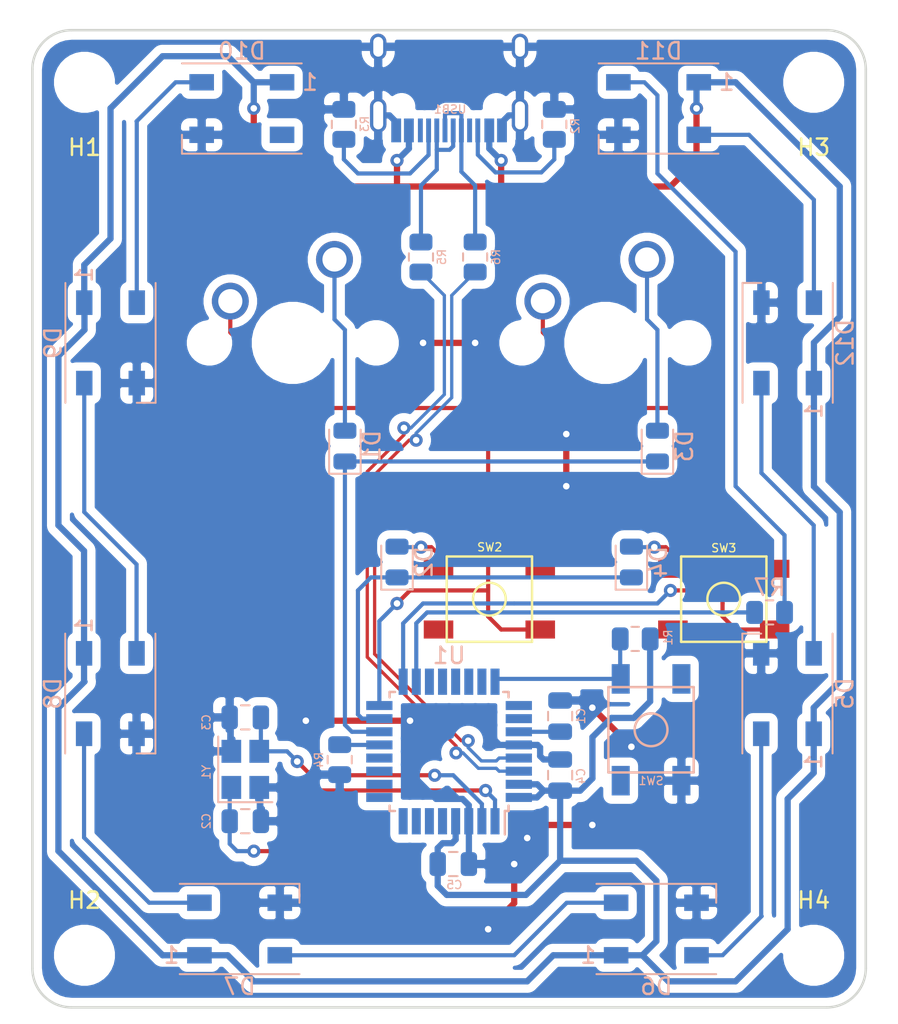
<source format=kicad_pcb>
(kicad_pcb (version 20211014) (generator pcbnew)
  (layers (0 "F.Cu" signal) (31 "B.Cu" signal) (34 "B.Paste" user) (35 "F.Paste" user) (36 "B.SilkS" user "B.Silkscreen") (37 "F.SilkS" user "F.Silkscreen") (38 "B.Mask" user) (39 "F.Mask" user) (44 "Edge.Cuts" user))
  (net 0 "")
  (net 1 "UCAP")
  (net 2 "GND")
  (net 3 "XTAL1")
  (net 4 "XTAL2")
  (net 5 "+5V")
  (net 6 "Net-(D1-Pad2)")
  (net 7 "ROW0")
  (net 8 "Net-(D2-Pad2)")
  (net 9 "ROW1")
  (net 10 "Net-(D3-Pad2)")
  (net 11 "Net-(D4-Pad2)")
  (net 12 "COL0")
  (net 13 "COL1")
  (net 14 "RESET")
  (net 15 "Net-(R2-Pad1)")
  (net 16 "Net-(R3-Pad1)")
  (net 17 "HWB")
  (net 18 "Net-(R5-Pad2)")
  (net 19 "D-")
  (net 20 "Net-(R6-Pad2)")
  (net 21 "D+")
  (net 22 "Net-(USB1-Pad3)")
  (net 23 "Net-(USB1-Pad9)")
  (net 24 "RGB")
  (net 25 "Net-(D5-Pad2)")
  (net 26 "Net-(D6-Pad2)")
  (net 27 "Net-(D7-Pad2)")
  (net 28 "Net-(D8-Pad2)")
  (net 29 "Net-(D10-Pad4)")
  (net 30 "Net-(D11-Pad2)")
  (net 31 "Net-(D12-Pad2)")
  (net 32 "Net-(D11-Pad4)")
  (net 33 "Net-(U1-Pad9)")
  (net 34 "Net-(U1-Pad8)")
  (net 35 "Net-(U1-Pad7)")
  (net 36 "Net-(U1-Pad6)")
  (net 37 "Net-(U1-Pad5)")
  (net 38 "Net-(U1-Pad26)")
  (net 39 "Net-(U1-Pad25)")
  (net 40 "Net-(U1-Pad23)")
  (net 41 "Net-(U1-Pad22)")
  (net 42 "Net-(U1-Pad21)")
  (net 43 "Net-(U1-Pad20)")
  (net 44 "Net-(U1-Pad19)")
  (net 45 "Net-(U1-Pad12)")
  (net 46 "Net-(U1-Pad11)")
  (net 47 "Net-(U1-Pad10)")
  (net 48 "Net-(D10-Pad2)")
  (footprint "MX_Only:MXOnly-1U-NoLED" (layer "F.Cu") (at 80.9625 57.15)
    (fp_text reference "MX1")
    (fp_text value "MX-NoLED")
  )
  (footprint "MX_Only:MXOnly-1U-NoLED" (layer "F.Cu") (at 100.0125 57.15)
    (fp_text reference "MX2")
    (fp_text value "MX-NoLED")
  )
  (footprint "random-keyboard-parts:SKQG-1155865" (layer "F.Cu") (at 92.94375 72.7625 180)
    (fp_text reference "SW2")
    (fp_text value "SW_Push")
  )
  (footprint "random-keyboard-parts:SKQG-1155865" (layer "F.Cu") (at 107.23125 72.7625 180)
    (fp_text reference "SW3")
    (fp_text value "SW_Push")
  )
  (footprint "MountingHole:MountingHole_2.7mm_M2.5_DIN965" (layer "F.Cu") (at 68.2625 41.275)
    (fp_text reference "H1")
    (fp_text value "MountingHole")
  )
  (footprint "MountingHole:MountingHole_2.7mm_M2.5_DIN965" (layer "F.Cu") (at 68.2625 94.45625)
    (fp_text reference "H2")
    (fp_text value "MountingHole")
  )
  (footprint "MountingHole:MountingHole_2.7mm_M2.5_DIN965" (layer "F.Cu") (at 112.7125 41.275)
    (fp_text reference "H3")
    (fp_text value "MountingHole")
  )
  (footprint "MountingHole:MountingHole_2.7mm_M2.5_DIN965" (layer "F.Cu") (at 112.7125 94.45625)
    (fp_text reference "H4")
    (fp_text value "MountingHole")
  )
  (footprint "Capacitor_SMD:C_0805_2012Metric" (layer "B.Cu") (at 97.2566 79.8855 -90)
    (fp_text reference "C1")
    (fp_text value "1u")
  )
  (footprint "Capacitor_SMD:C_0805_2012Metric" (layer "B.Cu") (at 78.0644 86.29015)
    (fp_text reference "C2")
    (fp_text value "22p")
  )
  (footprint "Capacitor_SMD:C_0805_2012Metric" (layer "B.Cu") (at 78.0644 79.96555 180)
    (fp_text reference "C3")
    (fp_text value "22p")
  )
  (footprint "Capacitor_SMD:C_0805_2012Metric" (layer "B.Cu") (at 97.2566 83.4796 90)
    (fp_text reference "C4")
    (fp_text value "10u")
  )
  (footprint "Capacitor_SMD:C_0805_2012Metric" (layer "B.Cu") (at 90.744 88.9)
    (fp_text reference "C5")
    (fp_text value "0.1u")
  )
  (footprint "Diode_SMD:D_0805_2012Metric" (layer "B.Cu") (at 84.1375 63.4375 90)
    (fp_text reference "D1")
    (fp_text value "D_Small")
  )
  (footprint "Diode_SMD:D_0805_2012Metric" (layer "B.Cu") (at 103.1875 63.4375 90)
    (fp_text reference "D3")
    (fp_text value "D_Small")
  )
  (footprint "Diode_SMD:D_0805_2012Metric" (layer "B.Cu") (at 101.6 70.5 90)
    (fp_text reference "D4")
    (fp_text value "D_Small")
  )
  (footprint "Resistor_SMD:R_0805_2012Metric" (layer "B.Cu") (at 101.8305 75.184)
    (fp_text reference "R1")
    (fp_text value "10k")
  )
  (footprint "Resistor_SMD:R_0805_2012Metric" (layer "B.Cu") (at 96.901 43.8385 90)
    (fp_text reference "R2")
    (fp_text value "5k1")
  )
  (footprint "Resistor_SMD:R_0805_2012Metric" (layer "B.Cu") (at 84.074 43.8385 90)
    (fp_text reference "R3")
    (fp_text value "5k1")
  )
  (footprint "Resistor_SMD:R_0805_2012Metric" (layer "B.Cu") (at 83.82 82.5392 -90)
    (fp_text reference "R4")
    (fp_text value "10k")
  )
  (footprint "Resistor_SMD:R_0805_2012Metric" (layer "B.Cu") (at 88.773 51.9195 90)
    (fp_text reference "R5")
    (fp_text value "22R")
  )
  (footprint "Resistor_SMD:R_0805_2012Metric" (layer "B.Cu") (at 92.075 51.9195 90)
    (fp_text reference "R6")
    (fp_text value "22R")
  )
  (footprint "random-keyboard-parts:SKQG-1155865" (layer "B.Cu") (at 102.798 80.72 90)
    (fp_text reference "SW1")
    (fp_text value "SW_Push")
  )
  (footprint "Package_QFP:TQFP-32_7x7mm_P0.8mm" (layer "B.Cu") (at 90.4875 82.042 90)
    (fp_text reference "U1")
    (fp_text value "ATmega32U2-AU")
  )
  (footprint "Type-C:HRO-TYPE-C-31-M-12" (layer "B.Cu") (at 90.4875 36.5125)
    (fp_text reference "USB1")
    (fp_text value "HRO-TYPE-C-31-M-12")
  )
  (footprint "Crystal:Crystal_SMD_3225-4Pin_3.2x2.5mm" (layer "B.Cu") (at 78.066 83.13275 90)
    (fp_text reference "Y1")
    (fp_text value "Crystal_GND24_Small")
  )
  (footprint "Diode_SMD:D_0805_2012Metric" (layer "B.Cu") (at 87.3125 70.5 90)
    (fp_text reference "D2")
    (fp_text value "D_Small")
  )
  (footprint "LED_SMD:LED_WS2812B_PLCC4_5.0x5.0mm_P3.2mm" (layer "B.Cu") (at 111.1125 78.5125 90)
    (fp_text reference "D5")
    (fp_text value "WS2812B")
  )
  (footprint "LED_SMD:LED_WS2812B_PLCC4_5.0x5.0mm_P3.2mm" (layer "B.Cu") (at 103.11875 92.85625)
    (fp_text reference "D6")
    (fp_text value "WS2812B")
  )
  (footprint "LED_SMD:LED_WS2812B_PLCC4_5.0x5.0mm_P3.2mm" (layer "B.Cu") (at 77.71875 92.85625)
    (fp_text reference "D7")
    (fp_text value "WS2812B")
  )
  (footprint "LED_SMD:LED_WS2812B_PLCC4_5.0x5.0mm_P3.2mm" (layer "B.Cu") (at 69.8375 78.5125 -90)
    (fp_text reference "D8")
    (fp_text value "WS2812B")
  )
  (footprint "LED_SMD:LED_WS2812B_PLCC4_5.0x5.0mm_P3.2mm" (layer "B.Cu") (at 69.85 57.15 -90)
    (fp_text reference "D9")
    (fp_text value "WS2812B")
  )
  (footprint "LED_SMD:LED_WS2812B_PLCC4_5.0x5.0mm_P3.2mm" (layer "B.Cu") (at 77.85625 42.875 180)
    (fp_text reference "D10")
    (fp_text value "WS2812B")
  )
  (footprint "LED_SMD:LED_WS2812B_PLCC4_5.0x5.0mm_P3.2mm" (layer "B.Cu") (at 103.25625 42.875 180)
    (fp_text reference "D11")
    (fp_text value "WS2812B")
  )
  (footprint "LED_SMD:LED_WS2812B_PLCC4_5.0x5.0mm_P3.2mm" (layer "B.Cu") (at 111.125 57.15 90)
    (fp_text reference "D12")
    (fp_text value "WS2812B")
  )
  (footprint "Resistor_SMD:R_0805_2012Metric" (layer "B.Cu") (at 110.022 73.5711)
    (fp_text reference "R7")
    (fp_text value "0k5")
  )
  (gr_line (start 113.50625 38.1) (end 67.46875 38.1) (layer "Edge.Cuts") (width 0.15))
  (gr_line (start 113.50625 97.63125) (end 67.46875 97.63125) (layer "Edge.Cuts") (width 0.15))
  (gr_line (start 65.0875 40.48125) (end 65.0875 95.25) (layer "Edge.Cuts") (width 0.15))
  (gr_line (start 115.8875 95.25) (end 115.8875 40.48125) (layer "Edge.Cuts") (width 0.15))
  (gr_arc (start 115.8875 95.25) (mid 115.190048 96.933798) (end 113.50625 97.63125) (layer "Edge.Cuts") (width 0.15))
  (gr_arc (start 65.0875 40.48125) (mid 65.784952 38.797452) (end 67.46875 38.1) (layer "Edge.Cuts") (width 0.15))
  (gr_arc (start 113.50625 38.1) (mid 115.190048 38.797452) (end 115.8875 40.48125) (layer "Edge.Cuts") (width 0.15))
  (gr_arc (start 67.46875 97.63125) (mid 65.784952 96.933798) (end 65.0875 95.25) (layer "Edge.Cuts") (width 0.15))
  (segment (start 94.7375 80.842) (end 97.2501 80.842) (width 0.254) (layer "B.Cu") (net 1))
  (segment (start 97.2501 80.842) (end 97.2566 80.8355) (width 0.254) (layer "B.Cu") (net 1))
  (segment (start 94.45625 91.28125) (end 94.45625 88.9) (width 0.381) (layer "F.Cu") (net 2))
  (segment (start 92.86875 92.86875) (end 94.45625 91.28125) (width 0.381) (layer "F.Cu") (net 2))
  (segment (start 92.075 57.15) (end 88.9 57.15) (width 0.381) (layer "F.Cu") (net 2))
  (segment (start 88.10625 80.16875) (end 81.75625 80.16875) (width 0.381) (layer "F.Cu") (net 2))
  (segment (start 86.1675 43.2925) (end 86.1675 43.305) (width 0.381) (layer "F.Cu") (net 2))
  (segment (start 95.25 87.3125) (end 96.04375 86.51875) (width 0.381) (layer "F.Cu") (net 2))
  (segment (start 96.04375 86.51875) (end 99.21875 86.51875) (width 0.381) (layer "F.Cu") (net 2))
  (segment (start 97.63125 62.70625) (end 97.63125 65.88125) (width 0.381) (layer "F.Cu") (net 2))
  (segment (start 99.21875 79.375) (end 101.6 81.75625) (width 0.381) (layer "F.Cu") (net 2))
  (via (at 94.45625 88.9) (size 0.8) (drill 0.4) (layers "F.Cu" "B.Cu") (net 2))
  (via (at 95.25 87.3125) (size 0.8) (drill 0.4) (layers "F.Cu" "B.Cu") (net 2))
  (via (at 92.86875 92.86875) (size 0.8) (drill 0.4) (layers "F.Cu" "B.Cu") (net 2))
  (via (at 97.63125 62.70625) (size 0.8) (drill 0.4) (layers "F.Cu" "B.Cu") (net 2))
  (via (at 99.21875 79.375) (size 0.8) (drill 0.4) (layers "F.Cu" "B.Cu") (net 2))
  (via (at 88.9 57.15) (size 0.8) (drill 0.4) (layers "F.Cu" "B.Cu") (net 2))
  (via (at 88.10625 80.16875) (size 0.8) (drill 0.4) (layers "F.Cu" "B.Cu") (net 2))
  (via (at 81.75625 80.16875) (size 0.8) (drill 0.4) (layers "F.Cu" "B.Cu") (net 2))
  (via (at 101.6 81.75625) (size 0.8) (drill 0.4) (layers "F.Cu" "B.Cu") (net 2))
  (via (at 97.63125 65.88125) (size 0.8) (drill 0.4) (layers "F.Cu" "B.Cu") (net 2))
  (via (at 92.075 57.15) (size 0.8) (drill 0.4) (layers "F.Cu" "B.Cu") (net 2))
  (via (at 99.21875 86.51875) (size 0.8) (drill 0.4) (layers "F.Cu" "B.Cu") (net 2))
  (segment (start 92.075 80.16875) (end 88.10625 80.16875) (width 0.381) (layer "B.Cu") (net 2))
  (segment (start 94.8075 43.2925) (end 94.1215 43.2925) (width 0.381) (layer "B.Cu") (net 2))
  (segment (start 98.77925 78.9355) (end 99.21875 79.375) (width 0.381) (layer "B.Cu") (net 2))
  (segment (start 86.1675 43.2925) (end 86.8535 43.2925) (width 0.381) (layer "B.Cu") (net 2))
  (segment (start 96.2456 82.5296) (end 96.0374 82.3214) (width 0.381) (layer "B.Cu") (net 2))
  (segment (start 91.694 88.9) (end 91.694 86.2985) (width 0.381) (layer "B.Cu") (net 2))
  (segment (start 97.2566 82.5296) (end 96.2456 82.5296) (width 0.381) (layer "B.Cu") (net 2))
  (segment (start 92.86875 80.95425) (end 92.8605 80.95425) (width 0.381) (layer "B.Cu") (net 2))
  (segment (start 88.10625 83.34375) (end 88.10625 80.16875) (width 0.381) (layer "B.Cu") (net 2))
  (segment (start 87.2625 43.7015) (end 87.2625 44.2075) (width 0.381) (layer "B.Cu") (net 2))
  (segment (start 91.6875 86.292) (end 91.6875 85.314098) (width 0.381) (layer "B.Cu") (net 2))
  (segment (start 93.7125 43.7015) (end 93.7125 44.2075) (width 0.381) (layer "B.Cu") (net 2))
  (segment (start 91.694 86.2985) (end 91.6875 86.292) (width 0.381) (layer "B.Cu") (net 2))
  (segment (start 91.304652 84.93125) (end 89.69375 84.93125) (width 0.381) (layer "B.Cu") (net 2))
  (segment (start 86.8535 43.2925) (end 87.2625 43.7015) (width 0.381) (layer "B.Cu") (net 2))
  (segment (start 93.5565 81.642) (end 92.86875 80.95425) (width 0.381) (layer "B.Cu") (net 2))
  (segment (start 94.7375 81.642) (end 93.5565 81.642) (width 0.381) (layer "B.Cu") (net 2))
  (segment (start 96.0374 81.8007) (end 95.8787 81.642) (width 0.381) (layer "B.Cu") (net 2))
  (segment (start 91.6875 85.314098) (end 91.304652 84.93125) (width 0.381) (layer "B.Cu") (net 2))
  (segment (start 96.0374 82.3214) (end 96.0374 81.8007) (width 0.381) (layer "B.Cu") (net 2))
  (segment (start 89.69375 84.93125) (end 88.10625 83.34375) (width 0.381) (layer "B.Cu") (net 2))
  (segment (start 97.2566 78.9355) (end 98.77925 78.9355) (width 0.381) (layer "B.Cu") (net 2))
  (segment (start 94.1215 43.2925) (end 93.7125 43.7015) (width 0.381) (layer "B.Cu") (net 2))
  (segment (start 92.8605 80.95425) (end 92.075 80.16875) (width 0.381) (layer "B.Cu") (net 2))
  (segment (start 95.8787 81.642) (end 94.7375 81.642) (width 0.381) (layer "B.Cu") (net 2))
  (segment (start 80.772 87.2871) (end 79.9465 88.1126) (width 0.254) (layer "F.Cu") (net 3))
  (segment (start 81.8769 84.4169) (end 80.772 85.5218) (width 0.254) (layer "F.Cu") (net 3))
  (segment (start 80.772 85.5218) (end 80.772 87.2871) (width 0.254) (layer "F.Cu") (net 3))
  (segment (start 79.9465 88.1126) (end 78.5876 88.1126) (width 0.254) (layer "F.Cu") (net 3))
  (segment (start 92.71 84.4169) (end 81.8769 84.4169) (width 0.254) (layer "F.Cu") (net 3))
  (via (at 78.5876 88.1126) (size 0.8) (drill 0.4) (layers "F.Cu" "B.Cu") (net 3))
  (via (at 92.71 84.4169) (size 0.8) (drill 0.4) (layers "F.Cu" "B.Cu") (net 3))
  (segment (start 78.5876 88.1126) (end 77.5589 88.1126) (width 0.254) (layer "B.Cu") (net 3))
  (segment (start 77.1144 84.33435) (end 77.216 84.23275) (width 0.254) (layer "B.Cu") (net 3))
  (segment (start 93.2875 86.292) (end 93.2875 84.9944) (width 0.254) (layer "B.Cu") (net 3))
  (segment (start 93.2875 84.9944) (end 92.71 84.4169) (width 0.254) (layer "B.Cu") (net 3))
  (segment (start 77.1144 87.6681) (end 77.1144 86.29015) (width 0.254) (layer "B.Cu") (net 3))
  (segment (start 77.5589 88.1126) (end 77.1144 87.6681) (width 0.254) (layer "B.Cu") (net 3))
  (segment (start 77.1144 86.29015) (end 77.1144 84.33435) (width 0.254) (layer "B.Cu") (net 3))
  (segment (start 89.6112 83.4898) (end 82.0674 83.4898) (width 0.254) (layer "F.Cu") (net 4))
  (segment (start 82.0674 83.4898) (end 81.2292 82.6516) (width 0.254) (layer "F.Cu") (net 4))
  (via (at 89.6112 83.4898) (size 0.8) (drill 0.4) (layers "F.Cu" "B.Cu") (net 4))
  (via (at 81.2292 82.6516) (size 0.8) (drill 0.4) (layers "F.Cu" "B.Cu") (net 4))
  (segment (start 79.0144 81.93435) (end 78.916 82.03275) (width 0.254) (layer "B.Cu") (net 4))
  (segment (start 79.0144 79.96555) (end 79.0144 81.93435) (width 0.254) (layer "B.Cu") (net 4))
  (segment (start 92.4875 86.292) (end 92.4875 85.238) (width 0.254) (layer "B.Cu") (net 4))
  (segment (start 92.4875 85.238) (end 90.7393 83.4898) (width 0.254) (layer "B.Cu") (net 4))
  (segment (start 81.2292 82.6516) (end 80.61035 82.03275) (width 0.254) (layer "B.Cu") (net 4))
  (segment (start 80.61035 82.03275) (end 78.916 82.03275) (width 0.254) (layer "B.Cu") (net 4))
  (segment (start 90.7393 83.4898) (end 89.6112 83.4898) (width 0.254) (layer "B.Cu") (net 4))
  (segment (start 93.6625 47.625) (end 103.98125 47.625) (width 0.381) (layer "F.Cu") (net 5))
  (segment (start 78.58125 42.8625) (end 78.58125 45.24375) (width 0.381) (layer "F.Cu") (net 5))
  (segment (start 87.3125 47.625) (end 87.3125 46.0375) (width 0.381) (layer "F.Cu") (net 5))
  (segment (start 80.9625 47.625) (end 87.3125 47.625) (width 0.381) (layer "F.Cu") (net 5))
  (segment (start 93.6625 47.625) (end 87.3125 47.625) (width 0.381) (layer "F.Cu") (net 5))
  (segment (start 103.98125 47.625) (end 105.56875 46.0375) (width 0.381) (layer "F.Cu") (net 5))
  (segment (start 78.58125 45.24375) (end 80.9625 47.625) (width 0.381) (layer "F.Cu") (net 5))
  (segment (start 105.56875 46.0375) (end 105.56875 42.8625) (width 0.381) (layer "F.Cu") (net 5))
  (segment (start 93.6625 46.0375) (end 93.6625 47.625) (width 0.381) (layer "F.Cu") (net 5))
  (via (at 87.3125 46.0375) (size 0.8) (drill 0.4) (layers "F.Cu" "B.Cu") (net 5))
  (via (at 105.56875 42.8625) (size 0.8) (drill 0.4) (layers "F.Cu" "B.Cu") (net 5))
  (via (at 93.6625 46.0375) (size 0.8) (drill 0.4) (layers "F.Cu" "B.Cu") (net 5))
  (via (at 78.58125 42.8625) (size 0.8) (drill 0.4) (layers "F.Cu" "B.Cu") (net 5))
  (segment (start 97.2566 84.4296) (end 98.4758 84.4296) (width 0.381) (layer "B.Cu") (net 5))
  (segment (start 89.794 87.9298) (end 90.0938 87.63) (width 0.381) (layer "B.Cu") (net 5))
  (segment (start 111.125 84.93125) (end 111.125 92.86875) (width 0.381) (layer "B.Cu") (net 5))
  (segment (start 105.70625 41.275) (end 107.95 41.275) (width 0.381) (layer "B.Cu") (net 5))
  (segment (start 69.85 50.8) (end 69.85 42.8625) (width 0.381) (layer "B.Cu") (net 5))
  (segment (start 112.725 59.6) (end 112.725 65.89375) (width 0.381) (layer "B.Cu") (net 5))
  (segment (start 68.25 54.7) (end 68.25 52.4) (width 0.381) (layer "B.Cu") (net 5))
  (segment (start 112.7125 83.34375) (end 111.125 84.93125) (width 0.381) (layer "B.Cu") (net 5))
  (segment (start 102.26675 94.45625) (end 103.124 93.599) (width 0.381) (layer "B.Cu") (net 5))
  (segment (start 68.2375 77.7625) (end 68.2375 76.0625) (width 0.381) (layer "B.Cu") (net 5))
  (segment (start 68.2625 56.35625) (end 68.2625 54.7125) (width 0.381) (layer "B.Cu") (net 5))
  (segment (start 96.8375 94.45625) (end 95.25 96.04375) (width 0.381) (layer "B.Cu") (net 5))
  (segment (start 111.125 92.86875) (end 107.95 96.04375) (width 0.381) (layer "B.Cu") (net 5))
  (segment (start 112.7125 80.9625) (end 112.7125 83.34375) (width 0.381) (layer "B.Cu") (net 5))
  (segment (start 75.26875 94.45625) (end 73.025 94.45625) (width 0.381) (layer "B.Cu") (net 5))
  (segment (start 114.3 77.7875) (end 112.7125 79.375) (width 0.381) (layer "B.Cu") (net 5))
  (segment (start 66.675 68.2625) (end 66.675 57.94375) (width 0.381) (layer "B.Cu") (net 5))
  (segment (start 68.2375 76.0625) (end 68.2375 69.825) (width 0.381) (layer "B.Cu") (net 5))
  (segment (start 97.2566 88.6968) (end 95.1738 90.7796) (width 0.381) (layer "B.Cu") (net 5))
  (segment (start 88.0375 44.2075) (end 88.0375 45.3125) (width 0.381) (layer "B.Cu") (net 5))
  (segment (start 88.0375 45.3125) (end 87.3125 46.0375) (width 0.381) (layer "B.Cu") (net 5))
  (segment (start 66.675 88.10625) (end 66.675 79.375) (width 0.381) (layer "B.Cu") (net 5))
  (segment (start 73.025 94.45625) (end 66.675 88.10625) (width 0.381) (layer "B.Cu") (net 5))
  (segment (start 114.3 55.5625) (end 112.725 57.1375) (width 0.381) (layer "B.Cu") (net 5))
  (segment (start 76.99375 39.6875) (end 78.58125 41.275) (width 0.381) (layer "B.Cu") (net 5))
  (segment (start 99.2251 83.6803) (end 99.2251 81.1657) (width 0.381) (layer "B.Cu") (net 5))
  (segment (start 112.725 57.1375) (end 112.725 59.6) (width 0.381) (layer "B.Cu") (net 5))
  (segment (start 105.56875 41.4125) (end 105.70625 41.275) (width 0.381) (layer "B.Cu") (net 5))
  (segment (start 95.25 96.04375) (end 78.58125 96.04375) (width 0.381) (layer "B.Cu") (net 5))
  (segment (start 101.9048 88.6968) (end 97.2566 88.6968) (width 0.381) (layer "B.Cu") (net 5))
  (segment (start 95.8409 84.842) (end 96.2533 84.4296) (width 0.381) (layer "B.Cu") (net 5))
  (segment (start 68.25 52.4) (end 69.85 50.8) (width 0.381) (layer "B.Cu") (net 5))
  (segment (start 66.675 57.94375) (end 68.2625 56.35625) (width 0.381) (layer "B.Cu") (net 5))
  (segment (start 112.725 65.89375) (end 114.3 67.46875) (width 0.381) (layer "B.Cu") (net 5))
  (segment (start 98.4758 84.4296) (end 99.2251 83.6803) (width 0.381) (layer "B.Cu") (net 5))
  (segment (start 105.56875 42.8625) (end 105.56875 41.4125) (width 0.381) (layer "B.Cu") (net 5))
  (segment (start 92.9375 44.2075) (end 92.9375 45.3125) (width 0.381) (layer "B.Cu") (net 5))
  (segment (start 97.2566 84.4296) (end 96.2533 84.4296) (width 0.381) (layer "B.Cu") (net 5))
  (segment (start 96.2533 84.4296) (end 95.8657 84.042) (width 0.381) (layer "B.Cu") (net 5))
  (segment (start 78.58125 96.04375) (end 76.99375 94.45625) (width 0.381) (layer "B.Cu") (net 5))
  (segment (start 103.124 89.916) (end 101.9048 88.6968) (width 0.381) (layer "B.Cu") (net 5))
  (segment (start 90.8875 87.4078) (end 90.8875 86.292) (width 0.381) (layer "B.Cu") (net 5))
  (segment (start 89.794 90.2258) (end 89.794 88.9) (width 0.381) (layer "B.Cu") (net 5))
  (segment (start 112.7125 79.375) (end 112.7125 80.9625) (width 0.381) (layer "B.Cu") (net 5))
  (segment (start 78.58125 41.275) (end 78.58125 42.8625) (width 0.381) (layer "B.Cu") (net 5))
  (segment (start 103.85425 96.04375) (end 102.26675 94.45625) (width 0.381) (layer "B.Cu") (net 5))
  (segment (start 92.9375 45.3125) (end 93.6625 46.0375) (width 0.381) (layer "B.Cu") (net 5))
  (segment (start 69.85 42.8625) (end 73.025 39.6875) (width 0.381) (layer "B.Cu") (net 5))
  (segment (start 107.95 96.04375) (end 103.85425 96.04375) (width 0.381) (layer "B.Cu") (net 5))
  (segment (start 66.675 79.375) (end 68.2625 77.7875) (width 0.381) (layer "B.Cu") (net 5))
  (segment (start 94.7375 84.842) (end 95.8409 84.842) (width 0.381) (layer "B.Cu") (net 5))
  (segment (start 68.2375 69.825) (end 66.675 68.2625) (width 0.381) (layer "B.Cu") (net 5))
  (segment (start 90.3478 90.7796) (end 89.794 90.2258) (width 0.381) (layer "B.Cu") (net 5))
  (segment (start 73.025 39.6875) (end 76.99375 39.6875) (width 0.381) (layer "B.Cu") (net 5))
  (segment (start 103.124 93.599) (end 103.124 89.916) (width 0.381) (layer "B.Cu") (net 5))
  (segment (start 102.743 78.994) (end 102.743 75.184) (width 0.381) (layer "B.Cu") (net 5))
  (segment (start 114.3 67.46875) (end 114.3 77.7875) (width 0.381) (layer "B.Cu") (net 5))
  (segment (start 68.2625 77.7875) (end 68.2375 77.7625) (width 0.381) (layer "B.Cu") (net 5))
  (segment (start 68.2625 54.7125) (end 68.25 54.7) (width 0.381) (layer "B.Cu") (net 5))
  (segment (start 107.95 41.275) (end 114.3 47.625) (width 0.381) (layer "B.Cu") (net 5))
  (segment (start 95.1738 90.7796) (end 90.3478 90.7796) (width 0.381) (layer "B.Cu") (net 5))
  (segment (start 100.3935 79.9973) (end 101.7397 79.9973) (width 0.381) (layer "B.Cu") (net 5))
  (segment (start 99.2251 81.1657) (end 100.3935 79.9973) (width 0.381) (layer "B.Cu") (net 5))
  (segment (start 100.66875 94.45625) (end 96.8375 94.45625) (width 0.381) (layer "B.Cu") (net 5))
  (segment (start 89.794 88.9) (end 89.794 87.9298) (width 0.381) (layer "B.Cu") (net 5))
  (segment (start 100.66875 94.45625) (end 102.26675 94.45625) (width 0.381) (layer "B.Cu") (net 5))
  (segment (start 97.2566 84.4296) (end 97.2566 88.6968) (width 0.381) (layer "B.Cu") (net 5))
  (segment (start 90.6653 87.63) (end 90.8875 87.4078) (width 0.381) (layer "B.Cu") (net 5))
  (segment (start 90.0938 87.63) (end 90.6653 87.63) (width 0.381) (layer "B.Cu") (net 5))
  (segment (start 95.8657 84.042) (end 94.7375 84.042) (width 0.381) (layer "B.Cu") (net 5))
  (segment (start 101.7397 79.9973) (end 102.743 78.994) (width 0.381) (layer "B.Cu") (net 5))
  (segment (start 76.99375 94.45625) (end 75.26875 94.45625) (width 0.381) (layer "B.Cu") (net 5))
  (segment (start 114.3 47.625) (end 114.3 55.5625) (width 0.381) (layer "B.Cu") (net 5))
  (segment (start 78.58125 41.275) (end 80.30625 41.275) (width 0.381) (layer "B.Cu") (net 5))
  (segment (start 84.1375 56.35625) (end 84.1375 62.5) (width 0.254) (layer "B.Cu") (net 6))
  (segment (start 83.5025 55.72125) (end 84.1375 56.35625) (width 0.254) (layer "B.Cu") (net 6))
  (segment (start 83.5025 52.07) (end 83.5025 55.72125) (width 0.254) (layer "B.Cu") (net 6))
  (segment (start 84.1375 80.415682) (end 84.1375 64.375) (width 0.254) (layer "B.Cu") (net 7))
  (segment (start 103.1875 64.375) (end 84.1375 64.375) (width 0.254) (layer "B.Cu") (net 7))
  (segment (start 86.2375 80.842) (end 84.563818 80.842) (width 0.254) (layer "B.Cu") (net 7))
  (segment (start 84.563818 80.842) (end 84.1375 80.415682) (width 0.254) (layer "B.Cu") (net 7))
  (segment (start 89.408 69.596) (end 88.773 69.596) (width 0.254) (layer "F.Cu") (net 8))
  (segment (start 89.84375 70.9125) (end 89.84375 70.03175) (width 0.254) (layer "F.Cu") (net 8))
  (segment (start 89.84375 70.03175) (end 89.408 69.596) (width 0.254) (layer "F.Cu") (net 8))
  (via (at 88.773 69.596) (size 0.8) (drill 0.4) (layers "F.Cu" "B.Cu") (net 8))
  (segment (start 87.346 69.596) (end 87.3125 69.5625) (width 0.254) (layer "B.Cu") (net 8))
  (segment (start 88.773 69.596) (end 87.346 69.596) (width 0.254) (layer "B.Cu") (net 8))
  (segment (start 101.6 71.4375) (end 87.3125 71.4375) (width 0.254) (layer "B.Cu") (net 9))
  (segment (start 84.93125 72.23125) (end 85.725 71.4375) (width 0.254) (layer "B.Cu") (net 9))
  (segment (start 86.2375 80.042) (end 85.1835 80.042) (width 0.254) (layer "B.Cu") (net 9))
  (segment (start 85.1835 80.042) (end 84.93125 79.78975) (width 0.254) (layer "B.Cu") (net 9))
  (segment (start 84.93125 79.78975) (end 84.93125 72.23125) (width 0.254) (layer "B.Cu") (net 9))
  (segment (start 85.725 71.4375) (end 87.3125 71.4375) (width 0.254) (layer "B.Cu") (net 9))
  (segment (start 102.5525 52.07) (end 102.5525 55.72125) (width 0.254) (layer "B.Cu") (net 10))
  (segment (start 102.5525 55.72125) (end 103.1875 56.35625) (width 0.254) (layer "B.Cu") (net 10))
  (segment (start 103.1875 56.35625) (end 103.1875 62.5) (width 0.254) (layer "B.Cu") (net 10))
  (segment (start 103.6955 69.596) (end 102.997 69.596) (width 0.254) (layer "F.Cu") (net 11))
  (segment (start 104.13125 70.03175) (end 103.6955 69.596) (width 0.254) (layer "F.Cu") (net 11))
  (segment (start 104.13125 70.9125) (end 104.13125 70.03175) (width 0.254) (layer "F.Cu") (net 11))
  (via (at 102.997 69.596) (size 0.8) (drill 0.4) (layers "F.Cu" "B.Cu") (net 11))
  (segment (start 102.997 69.596) (end 101.6335 69.596) (width 0.254) (layer "B.Cu") (net 11))
  (segment (start 101.6335 69.596) (end 101.6 69.5625) (width 0.254) (layer "B.Cu") (net 11))
  (segment (start 92.86875 73.81875) (end 92.86875 72.23125) (width 0.254) (layer "F.Cu") (net 12))
  (segment (start 92.86875 72.23125) (end 92.86875 61.9125) (width 0.254) (layer "F.Cu") (net 12))
  (segment (start 92.075 61.11875) (end 78.58125 61.11875) (width 0.254) (layer "F.Cu") (net 12))
  (segment (start 92.86875 61.9125) (end 92.075 61.11875) (width 0.254) (layer "F.Cu") (net 12))
  (segment (start 96.04375 74.6125) (end 93.6625 74.6125) (width 0.254) (layer "F.Cu") (net 12))
  (segment (start 77.1525 54.61) (end 77.1525 56.515) (width 0.254) (layer "F.Cu") (net 12))
  (segment (start 93.6625 74.6125) (end 92.86875 73.81875) (width 0.254) (layer "F.Cu") (net 12))
  (segment (start 77.1525 56.515) (end 77.7875 57.15) (width 0.254) (layer "F.Cu") (net 12))
  (segment (start 77.7875 57.15) (end 77.7875 60.325) (width 0.254) (layer "F.Cu") (net 12))
  (segment (start 88.10625 72.23125) (end 92.86875 72.23125) (width 0.254) (layer "F.Cu") (net 12))
  (segment (start 77.7875 60.325) (end 78.58125 61.11875) (width 0.254) (layer "F.Cu") (net 12))
  (segment (start 87.3125 73.025) (end 88.10625 72.23125) (width 0.254) (layer "F.Cu") (net 12))
  (via (at 87.3125 73.025) (size 0.8) (drill 0.4) (layers "F.Cu" "B.Cu") (net 12))
  (segment (start 86.2375 74.1) (end 87.3125 73.025) (width 0.254) (layer "B.Cu") (net 12))
  (segment (start 86.2375 79.242) (end 86.2375 74.1) (width 0.254) (layer "B.Cu") (net 12))
  (segment (start 107.15625 73.025) (end 107.15625 61.9125) (width 0.254) (layer "F.Cu") (net 13))
  (segment (start 106.3625 61.11875) (end 97.63125 61.11875) (width 0.254) (layer "F.Cu") (net 13))
  (segment (start 96.2025 54.61) (end 96.2025 56.515) (width 0.254) (layer "F.Cu") (net 13))
  (segment (start 96.2025 56.515) (end 96.8375 57.15) (width 0.254) (layer "F.Cu") (net 13))
  (segment (start 96.8375 57.15) (end 96.8375 60.325) (width 0.254) (layer "F.Cu") (net 13))
  (segment (start 103.98125 72.23125) (end 107.15625 72.23125) (width 0.254) (layer "F.Cu") (net 13))
  (segment (start 107.15625 61.9125) (end 106.3625 61.11875) (width 0.254) (layer "F.Cu") (net 13))
  (segment (start 107.95 74.6125) (end 107.15625 73.81875) (width 0.254) (layer "F.Cu") (net 13))
  (segment (start 97.63125 61.11875) (end 96.8375 60.325) (width 0.254) (layer "F.Cu") (net 13))
  (segment (start 107.15625 73.81875) (end 107.15625 73.025) (width 0.254) (layer "F.Cu") (net 13))
  (segment (start 110.33125 74.6125) (end 107.95 74.6125) (width 0.254) (layer "F.Cu") (net 13))
  (via (at 103.98125 72.23125) (size 0.8) (drill 0.4) (layers "F.Cu" "B.Cu") (net 13))
  (segment (start 88.9 73.025) (end 87.6875 74.2375) (width 0.254) (layer "B.Cu") (net 13))
  (segment (start 87.6875 74.2375) (end 87.6875 77.792) (width 0.254) (layer "B.Cu") (net 13))
  (segment (start 94.45625 73.025) (end 103.1875 73.025) (width 0.254) (layer "B.Cu") (net 13))
  (segment (start 94.45625 73.025) (end 88.9 73.025) (width 0.254) (layer "B.Cu") (net 13))
  (segment (start 103.1875 73.025) (end 103.98125 72.23125) (width 0.254) (layer "B.Cu") (net 13))
  (segment (start 100.918 77.59) (end 100.948 77.62) (width 0.254) (layer "B.Cu") (net 14))
  (segment (start 100.918 75.184) (end 100.918 77.59) (width 0.254) (layer "B.Cu") (net 14))
  (segment (start 100.948 77.62) (end 93.4595 77.62) (width 0.254) (layer "B.Cu") (net 14))
  (segment (start 93.4595 77.62) (end 93.2875 77.792) (width 0.254) (layer "B.Cu") (net 14))
  (segment (start 96.110499 46.764501) (end 93.313539 46.764501) (width 0.254) (layer "B.Cu") (net 15))
  (segment (start 92.2375 45.688462) (end 92.2375 44.2075) (width 0.254) (layer "B.Cu") (net 15))
  (segment (start 96.901 45.974) (end 96.110499 46.764501) (width 0.254) (layer "B.Cu") (net 15))
  (segment (start 93.313539 46.764501) (end 92.2375 45.688462) (width 0.254) (layer "B.Cu") (net 15))
  (segment (start 96.901 44.751) (end 96.901 45.974) (width 0.254) (layer "B.Cu") (net 15))
  (segment (start 88.10625 46.83125) (end 89.2375 45.7) (width 0.254) (layer "B.Cu") (net 16))
  (segment (start 84.074 44.751) (end 84.074 45.974) (width 0.254) (layer "B.Cu") (net 16))
  (segment (start 84.074 45.974) (end 84.93125 46.83125) (width 0.254) (layer "B.Cu") (net 16))
  (segment (start 84.93125 46.83125) (end 88.10625 46.83125) (width 0.254) (layer "B.Cu") (net 16))
  (segment (start 89.2375 45.7) (end 89.2375 44.2075) (width 0.254) (layer "B.Cu") (net 16))
  (segment (start 83.8353 81.642) (end 83.82 81.6267) (width 0.254) (layer "B.Cu") (net 17))
  (segment (start 86.2375 81.642) (end 83.8353 81.642) (width 0.254) (layer "B.Cu") (net 17))
  (segment (start 88.773 51.007) (end 88.773 47.5615) (width 0.254) (layer "B.Cu") (net 18))
  (segment (start 88.773 47.5615) (end 89.7375 46.597) (width 0.254) (layer "B.Cu") (net 18))
  (segment (start 89.7375 45.3905) (end 89.7375 44.2075) (width 0.254) (layer "B.Cu") (net 18))
  (segment (start 90.7375 45.171102) (end 90.518102 45.3905) (width 0.254) (layer "B.Cu") (net 18))
  (segment (start 90.518102 45.3905) (end 89.7375 45.3905) (width 0.254) (layer "B.Cu") (net 18))
  (segment (start 89.7375 46.597) (end 89.7375 45.3905) (width 0.254) (layer "B.Cu") (net 18))
  (segment (start 90.7375 44.2075) (end 90.7375 45.171102) (width 0.254) (layer "B.Cu") (net 18))
  (segment (start 90.910018 81.703217) (end 85.5 76.293199) (width 0.2) (layer "F.Cu") (net 19))
  (segment (start 85.5 76.293199) (end 85.5 64.994301) (width 0.2) (layer "F.Cu") (net 19))
  (segment (start 85.5 64.994301) (end 87.735018 62.759283) (width 0.2) (layer "F.Cu") (net 19))
  (segment (start 87.735018 62.759283) (end 87.735018 62.335018) (width 0.2) (layer "F.Cu") (net 19))
  (segment (start 90.910018 82.127482) (end 90.910018 81.703217) (width 0.2) (layer "F.Cu") (net 19))
  (via (at 87.735018 62.335018) (size 0.8) (drill 0.4) (layers "F.Cu" "B.Cu") (net 19))
  (via (at 90.910018 82.127482) (size 0.8) (drill 0.4) (layers "F.Cu" "B.Cu") (net 19))
  (segment (start 88.159283 62.335018) (end 87.735018 62.335018) (width 0.2) (layer "B.Cu") (net 19))
  (segment (start 90.199 54.258) (end 90.199 60.295301) (width 0.2) (layer "B.Cu") (net 19))
  (segment (start 88.773 52.832) (end 90.199 54.258) (width 0.2) (layer "B.Cu") (net 19))
  (segment (start 92.273801 83.067) (end 91.334283 82.127482) (width 0.2) (layer "B.Cu") (net 19))
  (segment (start 93.362499 83.067) (end 92.273801 83.067) (width 0.2) (layer "B.Cu") (net 19))
  (segment (start 94.7375 83.242) (end 93.537499 83.242) (width 0.2) (layer "B.Cu") (net 19))
  (segment (start 93.537499 83.242) (end 93.362499 83.067) (width 0.2) (layer "B.Cu") (net 19))
  (segment (start 90.199 60.295301) (end 88.159283 62.335018) (width 0.2) (layer "B.Cu") (net 19))
  (segment (start 91.334283 82.127482) (end 90.910018 82.127482) (width 0.2) (layer "B.Cu") (net 19))
  (segment (start 92.075 51.007) (end 92.075 47.5615) (width 0.254) (layer "B.Cu") (net 20))
  (segment (start 91.164499 43.155499) (end 90.325899 43.155499) (width 0.254) (layer "B.Cu") (net 20))
  (segment (start 91.2375 44.2075) (end 91.2375 43.2285) (width 0.254) (layer "B.Cu") (net 20))
  (segment (start 92.075 47.5615) (end 91.2375 46.724) (width 0.254) (layer "B.Cu") (net 20))
  (segment (start 90.325899 43.155499) (end 90.2375 43.243898) (width 0.254) (layer "B.Cu") (net 20))
  (segment (start 90.2375 43.243898) (end 90.2375 44.2075) (width 0.254) (layer "B.Cu") (net 20))
  (segment (start 91.2375 46.724) (end 91.2375 44.2075) (width 0.254) (layer "B.Cu") (net 20))
  (segment (start 91.2375 43.2285) (end 91.164499 43.155499) (width 0.254) (layer "B.Cu") (net 20))
  (segment (start 91.228217 81.385018) (end 85.95 76.106801) (width 0.2) (layer "F.Cu") (net 21))
  (segment (start 85.95 65.180699) (end 88.053217 63.077482) (width 0.2) (layer "F.Cu") (net 21))
  (segment (start 85.95 76.106801) (end 85.95 65.180699) (width 0.2) (layer "F.Cu") (net 21))
  (segment (start 91.652482 81.385018) (end 91.228217 81.385018) (width 0.2) (layer "F.Cu") (net 21))
  (segment (start 88.053217 63.077482) (end 88.477482 63.077482) (width 0.2) (layer "F.Cu") (net 21))
  (via (at 88.477482 63.077482) (size 0.8) (drill 0.4) (layers "F.Cu" "B.Cu") (net 21))
  (via (at 91.652482 81.385018) (size 0.8) (drill 0.4) (layers "F.Cu" "B.Cu") (net 21))
  (segment (start 93.537499 82.442) (end 93.362499 82.617) (width 0.2) (layer "B.Cu") (net 21))
  (segment (start 92.075 52.832) (end 90.649 54.258) (width 0.2) (layer "B.Cu") (net 21))
  (segment (start 94.7375 82.442) (end 93.537499 82.442) (width 0.2) (layer "B.Cu") (net 21))
  (segment (start 88.477482 62.653217) (end 88.477482 63.077482) (width 0.2) (layer "B.Cu") (net 21))
  (segment (start 90.649 60.481699) (end 88.477482 62.653217) (width 0.2) (layer "B.Cu") (net 21))
  (segment (start 90.649 54.258) (end 90.649 60.481699) (width 0.2) (layer "B.Cu") (net 21))
  (segment (start 91.652482 81.809283) (end 91.652482 81.385018) (width 0.2) (layer "B.Cu") (net 21))
  (segment (start 93.362499 82.617) (end 92.460199 82.617) (width 0.2) (layer "B.Cu") (net 21))
  (segment (start 92.460199 82.617) (end 91.652482 81.809283) (width 0.2) (layer "B.Cu") (net 21))
  (segment (start 88.4875 77.792) (end 88.4875 74.23125) (width 0.254) (layer "B.Cu") (net 24))
  (segment (start 89.14765 73.5711) (end 109.1095 73.5711) (width 0.254) (layer "B.Cu") (net 24))
  (segment (start 88.4875 74.23125) (end 89.14765 73.5711) (width 0.254) (layer "B.Cu") (net 24))
  (segment (start 107.15625 94.45625) (end 109.5375 92.075) (width 0.254) (layer "B.Cu") (net 25))
  (segment (start 105.56875 94.45625) (end 107.15625 94.45625) (width 0.254) (layer "B.Cu") (net 25))
  (segment (start 109.5125 92.05) (end 109.5125 80.9625) (width 0.254) (layer "B.Cu") (net 25))
  (segment (start 109.5375 92.075) (end 109.5125 92.05) (width 0.254) (layer "B.Cu") (net 25))
  (segment (start 94.45625 94.45625) (end 80.16875 94.45625) (width 0.254) (layer "B.Cu") (net 26))
  (segment (start 100.66875 91.25625) (end 97.65625 91.25625) (width 0.254) (layer "B.Cu") (net 26))
  (segment (start 97.65625 91.25625) (end 94.45625 94.45625) (width 0.254) (layer "B.Cu") (net 26))
  (segment (start 72.20625 91.25625) (end 68.2375 87.2875) (width 0.254) (layer "B.Cu") (net 27))
  (segment (start 68.2375 87.2875) (end 68.2375 80.9625) (width 0.254) (layer "B.Cu") (net 27))
  (segment (start 75.26875 91.25625) (end 72.20625 91.25625) (width 0.254) (layer "B.Cu") (net 27))
  (segment (start 71.4375 76.0625) (end 71.4375 70.64375) (width 0.254) (layer "B.Cu") (net 28))
  (segment (start 71.4375 70.64375) (end 68.25 67.45625) (width 0.254) (layer "B.Cu") (net 28))
  (segment (start 68.25 67.45625) (end 68.25 59.6) (width 0.254) (layer "B.Cu") (net 28))
  (segment (start 71.45 43.66875) (end 71.45 54.7) (width 0.254) (layer "B.Cu") (net 29))
  (segment (start 75.40625 41.275) (end 73.81875 41.275) (width 0.254) (layer "B.Cu") (net 29))
  (segment (start 73.81875 41.275) (end 71.4375 43.65625) (width 0.254) (layer "B.Cu") (net 29))
  (segment (start 71.4375 43.65625) (end 71.45 43.66875) (width 0.254) (layer "B.Cu") (net 29))
  (segment (start 108.76875 44.475) (end 105.70625 44.475) (width 0.254) (layer "B.Cu") (net 30))
  (segment (start 112.725 54.7) (end 112.725 48.43125) (width 0.254) (layer "B.Cu") (net 30))
  (segment (start 112.725 48.43125) (end 108.76875 44.475) (width 0.254) (layer "B.Cu") (net 30))
  (segment (start 109.525 65.075) (end 112.7125 68.2625) (width 0.254) (layer "B.Cu") (net 31))
  (segment (start 112.7125 68.2625) (end 112.7125 76.0625) (width 0.254) (layer "B.Cu") (net 31))
  (segment (start 109.525 59.6) (end 109.525 65.075) (width 0.254) (layer "B.Cu") (net 31))
  (segment (start 107.95 51.59375) (end 103.1875 46.83125) (width 0.254) (layer "B.Cu") (net 32))
  (segment (start 103.1875 42.06875) (end 102.39375 41.275) (width 0.254) (layer "B.Cu") (net 32))
  (segment (start 103.1875 46.83125) (end 103.1875 42.06875) (width 0.254) (layer "B.Cu") (net 32))
  (segment (start 110.9345 68.86575) (end 107.95 65.88125) (width 0.254) (layer "B.Cu") (net 32))
  (segment (start 110.9345 73.5711) (end 110.9345 68.86575) (width 0.254) (layer "B.Cu") (net 32))
  (segment (start 102.39375 41.275) (end 100.80625 41.275) (width 0.254) (layer "B.Cu") (net 32))
  (segment (start 107.95 65.88125) (end 107.95 51.59375) (width 0.254) (layer "B.Cu") (net 32))
  (zone (net 2) (net_name "GND") (layer "B.Cu") (connect_pads (clearance 0.508)) (min_thickness 0.254) (fill yes (thermal_gap 0.508) (thermal_bridge_width 0.508))
    (polygon (pts (xy 115.8875 97.63125) (xy 65.0875 97.63125) (xy 65.0875 38.1) (xy 115.8875 38.1)))
  )
)
</source>
